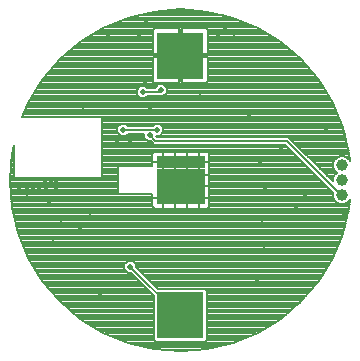
<source format=gbl>
G75*
G70*
%OFA0B0*%
%FSLAX24Y24*%
%IPPOS*%
%LPD*%
%AMOC8*
5,1,8,0,0,1.08239X$1,22.5*
%
%ADD10R,0.0433X0.0433*%
%ADD11C,0.0394*%
%ADD12R,0.1575X0.1575*%
%ADD13C,0.0080*%
%ADD14C,0.0180*%
%ADD15C,0.0060*%
%ADD16C,0.0200*%
D10*
X005425Y005425D03*
X005828Y005425D03*
X006222Y005425D03*
X006626Y005425D03*
X006626Y005838D03*
X006626Y006212D03*
X006222Y006212D03*
X006222Y005838D03*
X005828Y005838D03*
X005828Y006212D03*
X005425Y006212D03*
X005425Y005838D03*
X005425Y006626D03*
X005828Y006626D03*
X006222Y006626D03*
X006626Y006626D03*
D11*
X011403Y006525D03*
X011403Y006025D03*
X011403Y005525D03*
D12*
X006017Y001521D03*
X006017Y010183D03*
D13*
X001417Y002677D02*
X001998Y001998D01*
X002677Y001417D01*
X003439Y000950D01*
X004265Y000608D01*
X005134Y000399D01*
X006025Y000329D01*
X006916Y000399D01*
X007785Y000608D01*
X008611Y000950D01*
X009373Y001417D01*
X010053Y001998D01*
X010633Y002677D01*
X011100Y003439D01*
X011442Y004265D01*
X011651Y005134D01*
X011651Y005134D01*
X011672Y005398D01*
X011655Y005357D01*
X011571Y005274D01*
X011462Y005228D01*
X011344Y005228D01*
X011235Y005274D01*
X011151Y005357D01*
X011106Y005466D01*
X011106Y005584D01*
X011117Y005610D01*
X009511Y007215D01*
X005131Y007215D01*
X005055Y007291D01*
X005021Y007325D01*
X004922Y007325D01*
X004805Y007442D01*
X004805Y007575D01*
X004258Y007575D01*
X004188Y007505D01*
X004022Y007505D01*
X003905Y007622D01*
X003905Y007788D01*
X004022Y007905D01*
X004188Y007905D01*
X004258Y007835D01*
X005092Y007835D01*
X005162Y007905D01*
X005328Y007905D01*
X005445Y007788D01*
X005445Y007622D01*
X005328Y007505D01*
X005209Y007505D01*
X005239Y007475D01*
X009619Y007475D01*
X011106Y005988D01*
X011106Y006084D01*
X011151Y006193D01*
X011233Y006275D01*
X011151Y006357D01*
X011106Y006466D01*
X011106Y006584D01*
X011151Y006693D01*
X011235Y006777D01*
X011344Y006822D01*
X011462Y006822D01*
X011571Y006777D01*
X011655Y006693D01*
X011672Y006653D01*
X011671Y006653D01*
X011672Y006653D02*
X011651Y006916D01*
X011442Y007785D01*
X011100Y008611D01*
X011100Y008611D01*
X010633Y009373D01*
X010053Y010053D01*
X009373Y010633D01*
X008611Y011100D01*
X007785Y011442D01*
X006916Y011651D01*
X006025Y011721D01*
X005134Y011651D01*
X004265Y011442D01*
X003439Y011100D01*
X002677Y010633D01*
X001998Y010053D01*
X001417Y009373D01*
X000950Y008611D01*
X000749Y008125D01*
X003358Y008125D01*
X003404Y008078D01*
X003404Y006161D01*
X003358Y006114D01*
X000516Y006114D01*
X000469Y006161D01*
X000469Y007205D01*
X000399Y006916D01*
X000329Y006025D01*
X000399Y005134D01*
X000608Y004265D01*
X000950Y003439D01*
X001417Y002677D01*
X001441Y002650D02*
X004657Y002650D01*
X004578Y002728D02*
X001386Y002728D01*
X001338Y002807D02*
X004500Y002807D01*
X004421Y002885D02*
X001290Y002885D01*
X001242Y002964D02*
X004244Y002964D01*
X004262Y002945D02*
X004361Y002945D01*
X005130Y002177D01*
X005130Y000692D01*
X005188Y000634D01*
X006846Y000634D01*
X006905Y000692D01*
X006905Y002350D01*
X006846Y002409D01*
X005266Y002409D01*
X004545Y003129D01*
X004545Y003228D01*
X004428Y003345D01*
X004262Y003345D01*
X004145Y003228D01*
X004145Y003062D01*
X004262Y002945D01*
X004165Y003042D02*
X001194Y003042D01*
X001145Y003121D02*
X004145Y003121D01*
X004145Y003199D02*
X001097Y003199D01*
X001049Y003278D02*
X004195Y003278D01*
X004496Y003278D02*
X011001Y003278D01*
X011049Y003356D02*
X001001Y003356D01*
X000953Y003435D02*
X011097Y003435D01*
X011131Y003513D02*
X000920Y003513D01*
X000887Y003592D02*
X011163Y003592D01*
X011196Y003670D02*
X000855Y003670D01*
X000822Y003749D02*
X011228Y003749D01*
X011261Y003827D02*
X000790Y003827D01*
X000757Y003906D02*
X011293Y003906D01*
X011326Y003984D02*
X000724Y003984D01*
X000692Y004063D02*
X011358Y004063D01*
X011391Y004141D02*
X000659Y004141D01*
X000627Y004220D02*
X011423Y004220D01*
X011450Y004298D02*
X000600Y004298D01*
X000581Y004377D02*
X011469Y004377D01*
X011488Y004455D02*
X000563Y004455D01*
X000544Y004534D02*
X011507Y004534D01*
X011526Y004612D02*
X000525Y004612D01*
X000506Y004691D02*
X011544Y004691D01*
X011563Y004769D02*
X000487Y004769D01*
X000468Y004848D02*
X011582Y004848D01*
X011601Y004926D02*
X000449Y004926D01*
X000431Y005005D02*
X011620Y005005D01*
X011639Y005083D02*
X006905Y005083D01*
X006896Y005078D02*
X006928Y005096D01*
X006954Y005122D01*
X006973Y005154D01*
X006982Y005190D01*
X006982Y005425D01*
X006982Y005838D01*
X006626Y005838D01*
X006626Y005838D01*
X006626Y005482D01*
X006626Y005425D01*
X006982Y005425D01*
X006626Y005425D01*
X006626Y005425D01*
X006626Y005425D01*
X006626Y005068D01*
X006861Y005068D01*
X006896Y005078D01*
X006975Y005162D02*
X011653Y005162D01*
X011659Y005240D02*
X011491Y005240D01*
X011616Y005319D02*
X011665Y005319D01*
X011671Y005397D02*
X011672Y005397D01*
X011315Y005240D02*
X006982Y005240D01*
X006982Y005319D02*
X011190Y005319D01*
X011135Y005397D02*
X006982Y005397D01*
X006982Y005476D02*
X011106Y005476D01*
X011106Y005554D02*
X006982Y005554D01*
X006982Y005633D02*
X011094Y005633D01*
X011015Y005711D02*
X006982Y005711D01*
X006982Y005790D02*
X010937Y005790D01*
X010858Y005868D02*
X006982Y005868D01*
X006982Y005838D02*
X006982Y006212D01*
X006626Y006212D01*
X006626Y006212D01*
X006626Y006195D01*
X006626Y005838D01*
X006626Y005838D01*
X006982Y005838D01*
X006982Y005947D02*
X010780Y005947D01*
X010701Y006025D02*
X006982Y006025D01*
X006982Y006104D02*
X010623Y006104D01*
X010544Y006182D02*
X006982Y006182D01*
X006982Y006212D02*
X006982Y006626D01*
X006982Y006861D01*
X006973Y006896D01*
X006954Y006928D01*
X006928Y006954D01*
X006896Y006973D01*
X006861Y006982D01*
X006626Y006982D01*
X006626Y006626D01*
X006982Y006626D01*
X006626Y006626D01*
X006626Y006626D01*
X006626Y006626D01*
X006626Y006982D01*
X006222Y006982D01*
X005828Y006982D01*
X005425Y006982D01*
X005425Y006626D01*
X005425Y006626D01*
X005781Y006626D01*
X005828Y006626D01*
X005828Y006982D01*
X005828Y006626D01*
X005828Y006626D01*
X005828Y006626D01*
X005425Y006626D01*
X005425Y006626D01*
X005425Y006982D01*
X005190Y006982D01*
X005154Y006973D01*
X005122Y006954D01*
X005096Y006928D01*
X005078Y006896D01*
X005068Y006861D01*
X005068Y006626D01*
X005425Y006626D01*
X005425Y006626D01*
X005425Y006569D01*
X005425Y006212D01*
X005425Y005856D01*
X005425Y005838D01*
X005425Y005838D01*
X005828Y005838D01*
X005828Y005838D01*
X005828Y005838D01*
X005828Y005425D01*
X005828Y005425D01*
X005781Y005425D01*
X005425Y005425D01*
X005425Y005425D01*
X005425Y005781D01*
X005425Y005838D01*
X005425Y005838D01*
X005472Y005838D01*
X005828Y005838D01*
X005828Y005482D01*
X005828Y005425D01*
X005828Y005425D01*
X005425Y005425D01*
X005425Y005425D01*
X005425Y005838D01*
X005425Y005838D01*
X005425Y006212D01*
X005425Y006212D01*
X005425Y006212D01*
X005828Y006212D01*
X005828Y006212D01*
X005828Y006212D01*
X005828Y005838D01*
X005828Y005838D01*
X005828Y005838D01*
X006222Y005838D01*
X006222Y005838D01*
X006222Y005425D01*
X006222Y005425D01*
X006222Y005482D01*
X006222Y005838D01*
X006222Y005838D01*
X006222Y005838D01*
X006626Y005838D01*
X006626Y005425D01*
X006626Y005425D01*
X006626Y005425D01*
X006579Y005425D01*
X006222Y005425D01*
X006222Y005425D01*
X006185Y005425D01*
X005828Y005425D01*
X005828Y005425D01*
X005828Y005068D01*
X005425Y005068D01*
X005425Y005425D01*
X005425Y005425D01*
X005425Y005425D01*
X005068Y005425D01*
X005068Y005567D01*
X004000Y005567D01*
X003953Y005614D01*
X003953Y006452D01*
X004000Y006499D01*
X005068Y006499D01*
X005068Y006626D01*
X005425Y006626D01*
X005425Y006626D01*
X005425Y006212D01*
X005781Y006212D01*
X005828Y006212D01*
X005828Y006195D01*
X005828Y005838D01*
X006185Y005838D01*
X006222Y005838D01*
X006579Y005838D01*
X006626Y005838D01*
X006626Y005838D01*
X006626Y005838D01*
X006626Y006212D01*
X006626Y006212D01*
X006982Y006212D01*
X006982Y006261D02*
X010466Y006261D01*
X010387Y006339D02*
X006982Y006339D01*
X006982Y006418D02*
X010309Y006418D01*
X010230Y006496D02*
X006982Y006496D01*
X006982Y006575D02*
X010152Y006575D01*
X010073Y006653D02*
X006982Y006653D01*
X006982Y006732D02*
X009995Y006732D01*
X009916Y006810D02*
X006982Y006810D01*
X006975Y006889D02*
X009838Y006889D01*
X009759Y006967D02*
X006905Y006967D01*
X006626Y006967D02*
X006626Y006967D01*
X006626Y006889D02*
X006626Y006889D01*
X006626Y006810D02*
X006626Y006810D01*
X006626Y006732D02*
X006626Y006732D01*
X006626Y006653D02*
X006626Y006653D01*
X006626Y006626D02*
X006626Y006626D01*
X006579Y006626D01*
X006222Y006626D01*
X006222Y006982D01*
X006222Y006626D01*
X006222Y006626D01*
X006222Y006626D01*
X005866Y006626D01*
X005828Y006626D01*
X005828Y006626D01*
X005828Y006626D01*
X005828Y006212D01*
X005828Y006212D01*
X005828Y006212D01*
X006222Y006212D01*
X006222Y006212D01*
X006222Y005838D01*
X006222Y005838D01*
X006222Y006195D01*
X006222Y006212D01*
X006222Y006212D01*
X006222Y006212D01*
X006626Y006212D01*
X006626Y006212D01*
X006626Y006269D01*
X006626Y006626D01*
X006626Y006626D01*
X006222Y006626D01*
X006222Y006626D01*
X005828Y006626D01*
X005828Y006569D01*
X005828Y006212D01*
X006185Y006212D01*
X006222Y006212D01*
X006579Y006212D01*
X006626Y006212D01*
X006626Y006212D01*
X006626Y006626D01*
X006626Y006575D02*
X006626Y006575D01*
X006626Y006496D02*
X006626Y006496D01*
X006626Y006418D02*
X006626Y006418D01*
X006626Y006339D02*
X006626Y006339D01*
X006626Y006261D02*
X006626Y006261D01*
X006626Y006182D02*
X006626Y006182D01*
X006626Y006104D02*
X006626Y006104D01*
X006626Y006025D02*
X006626Y006025D01*
X006626Y005947D02*
X006626Y005947D01*
X006626Y005868D02*
X006626Y005868D01*
X006626Y005790D02*
X006626Y005790D01*
X006626Y005711D02*
X006626Y005711D01*
X006626Y005633D02*
X006626Y005633D01*
X006626Y005554D02*
X006626Y005554D01*
X006626Y005476D02*
X006626Y005476D01*
X006626Y005425D02*
X006222Y005425D01*
X006222Y005425D01*
X005828Y005425D01*
X005828Y005425D01*
X005828Y005068D01*
X006222Y005068D01*
X006222Y005425D01*
X006222Y005425D01*
X006222Y005068D01*
X006626Y005068D01*
X006626Y005425D01*
X006626Y005397D02*
X006626Y005397D01*
X006626Y005319D02*
X006626Y005319D01*
X006626Y005240D02*
X006626Y005240D01*
X006626Y005162D02*
X006626Y005162D01*
X006626Y005083D02*
X006626Y005083D01*
X006222Y005083D02*
X006222Y005083D01*
X006222Y005162D02*
X006222Y005162D01*
X006222Y005240D02*
X006222Y005240D01*
X006222Y005319D02*
X006222Y005319D01*
X006222Y005397D02*
X006222Y005397D01*
X006222Y005476D02*
X006222Y005476D01*
X006222Y005554D02*
X006222Y005554D01*
X006222Y005633D02*
X006222Y005633D01*
X006222Y005711D02*
X006222Y005711D01*
X006222Y005790D02*
X006222Y005790D01*
X006222Y005868D02*
X006222Y005868D01*
X006222Y005947D02*
X006222Y005947D01*
X006222Y006025D02*
X006222Y006025D01*
X006222Y006104D02*
X006222Y006104D01*
X006222Y006182D02*
X006222Y006182D01*
X006222Y006212D02*
X006222Y006626D01*
X006222Y006626D01*
X006222Y006269D01*
X006222Y006212D01*
X006222Y006212D01*
X006222Y006261D02*
X006222Y006261D01*
X006222Y006339D02*
X006222Y006339D01*
X006222Y006418D02*
X006222Y006418D01*
X006222Y006496D02*
X006222Y006496D01*
X006222Y006575D02*
X006222Y006575D01*
X006222Y006653D02*
X006222Y006653D01*
X006222Y006732D02*
X006222Y006732D01*
X006222Y006810D02*
X006222Y006810D01*
X006222Y006889D02*
X006222Y006889D01*
X006222Y006967D02*
X006222Y006967D01*
X005828Y006967D02*
X005828Y006967D01*
X005828Y006889D02*
X005828Y006889D01*
X005828Y006810D02*
X005828Y006810D01*
X005828Y006732D02*
X005828Y006732D01*
X005828Y006653D02*
X005828Y006653D01*
X005828Y006575D02*
X005828Y006575D01*
X005828Y006496D02*
X005828Y006496D01*
X005828Y006418D02*
X005828Y006418D01*
X005828Y006339D02*
X005828Y006339D01*
X005828Y006261D02*
X005828Y006261D01*
X005828Y006182D02*
X005828Y006182D01*
X005828Y006104D02*
X005828Y006104D01*
X005828Y006025D02*
X005828Y006025D01*
X005828Y005947D02*
X005828Y005947D01*
X005828Y005868D02*
X005828Y005868D01*
X005828Y005790D02*
X005828Y005790D01*
X005828Y005711D02*
X005828Y005711D01*
X005828Y005633D02*
X005828Y005633D01*
X005828Y005554D02*
X005828Y005554D01*
X005828Y005476D02*
X005828Y005476D01*
X005828Y005397D02*
X005828Y005397D01*
X005828Y005319D02*
X005828Y005319D01*
X005828Y005240D02*
X005828Y005240D01*
X005828Y005162D02*
X005828Y005162D01*
X005828Y005083D02*
X005828Y005083D01*
X005425Y005083D02*
X005425Y005083D01*
X005425Y005068D02*
X005425Y005425D01*
X005068Y005425D01*
X005068Y005190D01*
X005078Y005154D01*
X005096Y005122D01*
X005122Y005096D01*
X005154Y005078D01*
X005190Y005068D01*
X005425Y005068D01*
X005425Y005162D02*
X005425Y005162D01*
X005425Y005240D02*
X005425Y005240D01*
X005425Y005319D02*
X005425Y005319D01*
X005425Y005397D02*
X005425Y005397D01*
X005425Y005476D02*
X005425Y005476D01*
X005425Y005554D02*
X005425Y005554D01*
X005425Y005633D02*
X005425Y005633D01*
X005425Y005711D02*
X005425Y005711D01*
X005425Y005790D02*
X005425Y005790D01*
X005425Y005868D02*
X005425Y005868D01*
X005425Y005947D02*
X005425Y005947D01*
X005425Y006025D02*
X005425Y006025D01*
X005425Y006104D02*
X005425Y006104D01*
X005425Y006182D02*
X005425Y006182D01*
X005425Y006212D02*
X005425Y006212D01*
X005425Y006261D02*
X005425Y006261D01*
X005425Y006339D02*
X005425Y006339D01*
X005425Y006418D02*
X005425Y006418D01*
X005425Y006496D02*
X005425Y006496D01*
X005425Y006575D02*
X005425Y006575D01*
X005425Y006653D02*
X005425Y006653D01*
X005425Y006732D02*
X005425Y006732D01*
X005425Y006810D02*
X005425Y006810D01*
X005425Y006889D02*
X005425Y006889D01*
X005425Y006967D02*
X005425Y006967D01*
X005145Y006967D02*
X003404Y006967D01*
X003404Y006889D02*
X005076Y006889D01*
X005068Y006810D02*
X003404Y006810D01*
X003404Y006732D02*
X005068Y006732D01*
X005068Y006653D02*
X003404Y006653D01*
X003404Y006575D02*
X005068Y006575D01*
X005065Y007281D02*
X003404Y007281D01*
X003404Y007203D02*
X009524Y007203D01*
X009602Y007124D02*
X003404Y007124D01*
X003404Y007046D02*
X009681Y007046D01*
X009892Y007203D02*
X011582Y007203D01*
X011563Y007281D02*
X009813Y007281D01*
X009735Y007360D02*
X011544Y007360D01*
X011526Y007438D02*
X009656Y007438D01*
X009970Y007124D02*
X011601Y007124D01*
X011620Y007046D02*
X010049Y007046D01*
X010127Y006967D02*
X011639Y006967D01*
X011653Y006889D02*
X010206Y006889D01*
X010284Y006810D02*
X011316Y006810D01*
X011190Y006732D02*
X010363Y006732D01*
X010441Y006653D02*
X011135Y006653D01*
X011106Y006575D02*
X010520Y006575D01*
X010598Y006496D02*
X011106Y006496D01*
X011126Y006418D02*
X010677Y006418D01*
X010755Y006339D02*
X011169Y006339D01*
X011219Y006261D02*
X010834Y006261D01*
X010912Y006182D02*
X011147Y006182D01*
X011114Y006104D02*
X010991Y006104D01*
X011069Y006025D02*
X011106Y006025D01*
X011616Y006732D02*
X011665Y006732D01*
X011659Y006810D02*
X011491Y006810D01*
X011507Y007517D02*
X005340Y007517D01*
X005418Y007595D02*
X011488Y007595D01*
X011469Y007674D02*
X005445Y007674D01*
X005445Y007752D02*
X011450Y007752D01*
X011423Y007831D02*
X005403Y007831D01*
X004888Y007360D02*
X003404Y007360D01*
X003404Y007438D02*
X004809Y007438D01*
X004805Y007517D02*
X004200Y007517D01*
X004011Y007517D02*
X003404Y007517D01*
X003404Y007595D02*
X003932Y007595D01*
X003905Y007674D02*
X003404Y007674D01*
X003404Y007752D02*
X003905Y007752D01*
X003948Y007831D02*
X003404Y007831D01*
X003404Y007909D02*
X011391Y007909D01*
X011358Y007988D02*
X003404Y007988D01*
X003404Y008066D02*
X011326Y008066D01*
X011293Y008145D02*
X000757Y008145D01*
X000790Y008223D02*
X011261Y008223D01*
X011228Y008302D02*
X000822Y008302D01*
X000855Y008380D02*
X011196Y008380D01*
X011163Y008459D02*
X000887Y008459D01*
X000920Y008537D02*
X011131Y008537D01*
X011097Y008616D02*
X000953Y008616D01*
X001001Y008694D02*
X011049Y008694D01*
X011001Y008773D02*
X004856Y008773D01*
X004848Y008765D02*
X004918Y008835D01*
X005272Y008835D01*
X005282Y008825D01*
X005448Y008825D01*
X005565Y008942D01*
X005565Y009108D01*
X005448Y009225D01*
X005282Y009225D01*
X005165Y009108D01*
X005165Y009095D01*
X004918Y009095D01*
X004848Y009165D01*
X004682Y009165D01*
X004565Y009048D01*
X004565Y008882D01*
X004682Y008765D01*
X004848Y008765D01*
X004675Y008773D02*
X001049Y008773D01*
X001097Y008851D02*
X004596Y008851D01*
X004565Y008930D02*
X001145Y008930D01*
X001194Y009008D02*
X004565Y009008D01*
X004604Y009087D02*
X001242Y009087D01*
X001290Y009165D02*
X005222Y009165D01*
X005211Y009255D02*
X005977Y009255D01*
X005977Y010143D01*
X005090Y010143D01*
X005090Y009377D01*
X005099Y009341D01*
X005118Y009309D01*
X005144Y009283D01*
X005176Y009265D01*
X005211Y009255D01*
X005110Y009322D02*
X001386Y009322D01*
X001338Y009244D02*
X010713Y009244D01*
X010761Y009165D02*
X005508Y009165D01*
X005565Y009087D02*
X010809Y009087D01*
X010857Y009008D02*
X005565Y009008D01*
X005553Y008930D02*
X010905Y008930D01*
X010953Y008851D02*
X005474Y008851D01*
X005977Y009322D02*
X006057Y009322D01*
X006057Y009255D02*
X006823Y009255D01*
X006859Y009265D01*
X006891Y009283D01*
X006917Y009309D01*
X006935Y009341D01*
X006945Y009377D01*
X006945Y010143D01*
X006057Y010143D01*
X006057Y010223D01*
X005977Y010223D01*
X005977Y011110D01*
X005211Y011110D01*
X005176Y011101D01*
X005144Y011082D01*
X005118Y011056D01*
X005099Y011024D01*
X005090Y010989D01*
X005090Y010223D01*
X005977Y010223D01*
X005977Y010143D01*
X006057Y010143D01*
X006057Y009255D01*
X006057Y009401D02*
X005977Y009401D01*
X005977Y009479D02*
X006057Y009479D01*
X006057Y009558D02*
X005977Y009558D01*
X005977Y009636D02*
X006057Y009636D01*
X006057Y009715D02*
X005977Y009715D01*
X005977Y009793D02*
X006057Y009793D01*
X006057Y009872D02*
X005977Y009872D01*
X005977Y009950D02*
X006057Y009950D01*
X006057Y010029D02*
X005977Y010029D01*
X005977Y010107D02*
X006057Y010107D01*
X006057Y010186D02*
X009897Y010186D01*
X009805Y010264D02*
X006945Y010264D01*
X006945Y010223D02*
X006945Y010989D01*
X006935Y011024D01*
X006917Y011056D01*
X006891Y011082D01*
X006859Y011101D01*
X006823Y011110D01*
X006057Y011110D01*
X006057Y010223D01*
X006945Y010223D01*
X006945Y010107D02*
X009989Y010107D01*
X010073Y010029D02*
X006945Y010029D01*
X006945Y009950D02*
X010140Y009950D01*
X010207Y009872D02*
X006945Y009872D01*
X006945Y009793D02*
X010274Y009793D01*
X010341Y009715D02*
X006945Y009715D01*
X006945Y009636D02*
X010409Y009636D01*
X010476Y009558D02*
X006945Y009558D01*
X006945Y009479D02*
X010543Y009479D01*
X010610Y009401D02*
X006945Y009401D01*
X006924Y009322D02*
X010664Y009322D01*
X009713Y010343D02*
X006945Y010343D01*
X006945Y010421D02*
X009621Y010421D01*
X009529Y010500D02*
X006945Y010500D01*
X006945Y010578D02*
X009438Y010578D01*
X009335Y010657D02*
X006945Y010657D01*
X006945Y010735D02*
X009207Y010735D01*
X009079Y010814D02*
X006945Y010814D01*
X006945Y010892D02*
X008950Y010892D01*
X008822Y010971D02*
X006945Y010971D01*
X006921Y011049D02*
X008694Y011049D01*
X008545Y011128D02*
X003506Y011128D01*
X003695Y011206D02*
X008355Y011206D01*
X008166Y011285D02*
X003885Y011285D01*
X004074Y011363D02*
X007976Y011363D01*
X007787Y011442D02*
X004264Y011442D01*
X004590Y011520D02*
X007461Y011520D01*
X007134Y011599D02*
X004917Y011599D01*
X005469Y011677D02*
X006582Y011677D01*
X006057Y011049D02*
X005977Y011049D01*
X005977Y010971D02*
X006057Y010971D01*
X006057Y010892D02*
X005977Y010892D01*
X005977Y010814D02*
X006057Y010814D01*
X006057Y010735D02*
X005977Y010735D01*
X005977Y010657D02*
X006057Y010657D01*
X006057Y010578D02*
X005977Y010578D01*
X005977Y010500D02*
X006057Y010500D01*
X006057Y010421D02*
X005977Y010421D01*
X005977Y010343D02*
X006057Y010343D01*
X006057Y010264D02*
X005977Y010264D01*
X005977Y010186D02*
X002153Y010186D01*
X002061Y010107D02*
X005090Y010107D01*
X005090Y010029D02*
X001977Y010029D01*
X001910Y009950D02*
X005090Y009950D01*
X005090Y009872D02*
X001843Y009872D01*
X001776Y009793D02*
X005090Y009793D01*
X005090Y009715D02*
X001709Y009715D01*
X001642Y009636D02*
X005090Y009636D01*
X005090Y009558D02*
X001575Y009558D01*
X001508Y009479D02*
X005090Y009479D01*
X005090Y009401D02*
X001441Y009401D01*
X002245Y010264D02*
X005090Y010264D01*
X005090Y010343D02*
X002337Y010343D01*
X002429Y010421D02*
X005090Y010421D01*
X005090Y010500D02*
X002521Y010500D01*
X002613Y010578D02*
X005090Y010578D01*
X005090Y010657D02*
X002716Y010657D01*
X002844Y010735D02*
X005090Y010735D01*
X005090Y010814D02*
X002972Y010814D01*
X003100Y010892D02*
X005090Y010892D01*
X005090Y010971D02*
X003228Y010971D01*
X003356Y011049D02*
X005114Y011049D01*
X003997Y006496D02*
X003404Y006496D01*
X003404Y006418D02*
X003953Y006418D01*
X003953Y006339D02*
X003404Y006339D01*
X003404Y006261D02*
X003953Y006261D01*
X003953Y006182D02*
X003404Y006182D01*
X003953Y006104D02*
X000336Y006104D01*
X000342Y006182D02*
X000469Y006182D01*
X000469Y006261D02*
X000348Y006261D01*
X000354Y006339D02*
X000469Y006339D01*
X000469Y006418D02*
X000360Y006418D01*
X000366Y006496D02*
X000469Y006496D01*
X000469Y006575D02*
X000373Y006575D01*
X000379Y006653D02*
X000469Y006653D01*
X000469Y006732D02*
X000385Y006732D01*
X000391Y006810D02*
X000469Y006810D01*
X000469Y006889D02*
X000397Y006889D01*
X000412Y006967D02*
X000469Y006967D01*
X000469Y007046D02*
X000431Y007046D01*
X000449Y007124D02*
X000469Y007124D01*
X000468Y007203D02*
X000469Y007203D01*
X000329Y006025D02*
X003953Y006025D01*
X003953Y005947D02*
X000336Y005947D01*
X000342Y005868D02*
X003953Y005868D01*
X003953Y005790D02*
X000348Y005790D01*
X000354Y005711D02*
X003953Y005711D01*
X003953Y005633D02*
X000360Y005633D01*
X000366Y005554D02*
X005068Y005554D01*
X005068Y005476D02*
X000373Y005476D01*
X000379Y005397D02*
X005068Y005397D01*
X005068Y005319D02*
X000385Y005319D01*
X000391Y005240D02*
X005068Y005240D01*
X005076Y005162D02*
X000397Y005162D01*
X000412Y005083D02*
X005145Y005083D01*
X004545Y003199D02*
X010953Y003199D01*
X010905Y003121D02*
X004554Y003121D01*
X004632Y003042D02*
X010857Y003042D01*
X010809Y002964D02*
X004711Y002964D01*
X004789Y002885D02*
X010761Y002885D01*
X010713Y002807D02*
X004868Y002807D01*
X004946Y002728D02*
X010664Y002728D01*
X010610Y002650D02*
X005025Y002650D01*
X005103Y002571D02*
X010543Y002571D01*
X010476Y002493D02*
X005182Y002493D01*
X005260Y002414D02*
X010409Y002414D01*
X010341Y002336D02*
X006905Y002336D01*
X006905Y002257D02*
X010274Y002257D01*
X010207Y002179D02*
X006905Y002179D01*
X006905Y002100D02*
X010140Y002100D01*
X010073Y002022D02*
X006905Y002022D01*
X006905Y001943D02*
X009989Y001943D01*
X009897Y001865D02*
X006905Y001865D01*
X006905Y001786D02*
X009805Y001786D01*
X009713Y001708D02*
X006905Y001708D01*
X006905Y001629D02*
X009621Y001629D01*
X009529Y001551D02*
X006905Y001551D01*
X006905Y001472D02*
X009438Y001472D01*
X009335Y001394D02*
X006905Y001394D01*
X006905Y001315D02*
X009207Y001315D01*
X009079Y001237D02*
X006905Y001237D01*
X006905Y001158D02*
X008950Y001158D01*
X008822Y001080D02*
X006905Y001080D01*
X006905Y001001D02*
X008694Y001001D01*
X008545Y000923D02*
X006905Y000923D01*
X006905Y000844D02*
X008355Y000844D01*
X008166Y000766D02*
X006905Y000766D01*
X006899Y000687D02*
X007976Y000687D01*
X007787Y000609D02*
X004264Y000609D01*
X004074Y000687D02*
X005135Y000687D01*
X005130Y000766D02*
X003885Y000766D01*
X003695Y000844D02*
X005130Y000844D01*
X005130Y000923D02*
X003506Y000923D01*
X003356Y001001D02*
X005130Y001001D01*
X005130Y001080D02*
X003228Y001080D01*
X003100Y001158D02*
X005130Y001158D01*
X005130Y001237D02*
X002972Y001237D01*
X002844Y001315D02*
X005130Y001315D01*
X005130Y001394D02*
X002716Y001394D01*
X002613Y001472D02*
X005130Y001472D01*
X005130Y001551D02*
X002521Y001551D01*
X002429Y001629D02*
X005130Y001629D01*
X005130Y001708D02*
X002337Y001708D01*
X002245Y001786D02*
X005130Y001786D01*
X005130Y001865D02*
X002153Y001865D01*
X002061Y001943D02*
X005130Y001943D01*
X005130Y002022D02*
X001977Y002022D01*
X001910Y002100D02*
X005130Y002100D01*
X005128Y002179D02*
X001843Y002179D01*
X001776Y002257D02*
X005049Y002257D01*
X004971Y002336D02*
X001709Y002336D01*
X001642Y002414D02*
X004892Y002414D01*
X004814Y002493D02*
X001575Y002493D01*
X001508Y002571D02*
X004735Y002571D01*
X004590Y000530D02*
X007461Y000530D01*
X007134Y000452D02*
X004917Y000452D01*
X005469Y000373D02*
X006582Y000373D01*
D14*
X008580Y002643D03*
X008789Y003876D03*
X008726Y004738D03*
X008844Y005797D03*
X008667Y006616D03*
X009356Y007135D03*
X009041Y007844D03*
X008289Y008120D03*
X006679Y008809D03*
X006021Y010029D03*
X004820Y009222D03*
X005006Y008403D03*
X004328Y007289D03*
X003907Y007277D03*
X002765Y008328D03*
X002521Y008317D03*
X002309Y008305D03*
X002100Y008301D03*
X001899Y008301D03*
X001679Y008301D03*
X001458Y008289D03*
X001513Y005994D03*
X001525Y005785D03*
X001301Y005789D03*
X001096Y005789D03*
X000891Y005793D03*
X000895Y005596D03*
X000647Y005785D03*
X001647Y005222D03*
X001876Y005773D03*
X001876Y005994D03*
X001691Y005994D03*
X002021Y004726D03*
X001427Y004529D03*
X001777Y003935D03*
X002663Y004395D03*
X003002Y004966D03*
X003328Y002261D03*
X009856Y005124D03*
X010171Y005561D03*
X011462Y004824D03*
X010037Y003911D03*
X010868Y007765D03*
X009998Y007844D03*
X007817Y010923D03*
X007490Y011120D03*
X007261Y010852D03*
X004880Y011301D03*
X004643Y010797D03*
X003616Y010864D03*
D15*
X004765Y008965D02*
X005305Y008965D01*
X005365Y009025D01*
X005245Y007705D02*
X004105Y007705D01*
X005005Y007525D02*
X005185Y007345D01*
X009565Y007345D01*
X011365Y005545D01*
X011403Y005525D01*
X006017Y001521D02*
X005965Y001525D01*
X004345Y003145D01*
D16*
X004345Y003145D03*
X005005Y007525D03*
X005245Y007705D03*
X004105Y007705D03*
X004765Y008965D03*
X005365Y009025D03*
M02*

</source>
